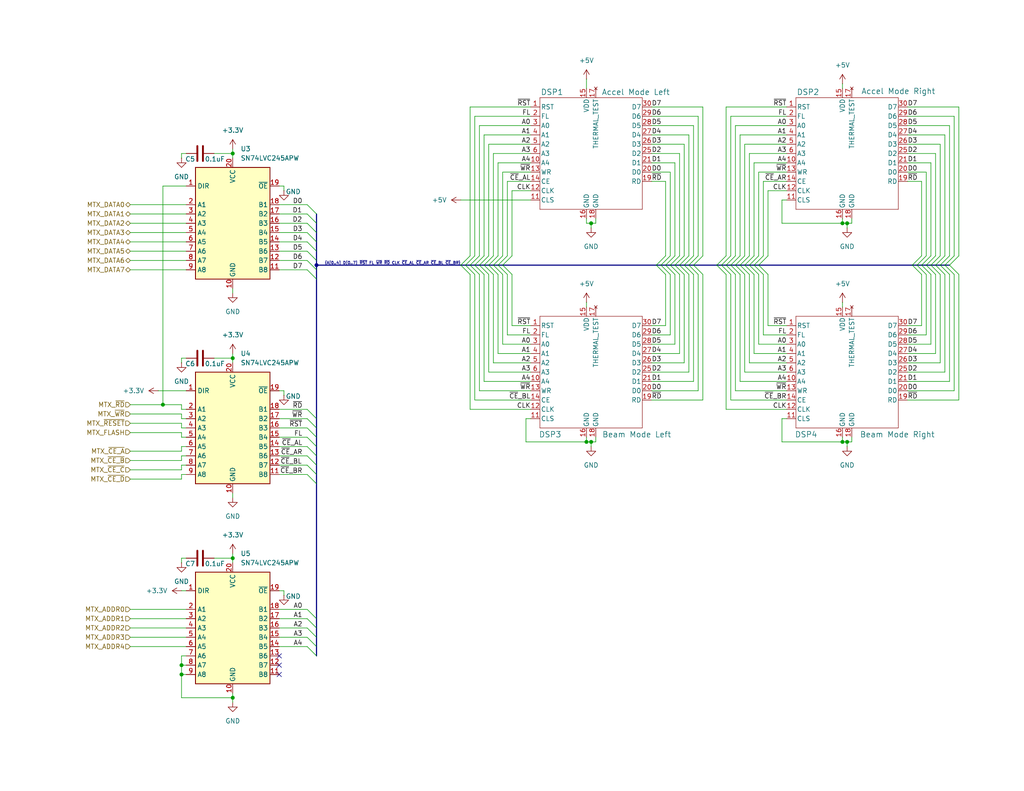
<source format=kicad_sch>
(kicad_sch (version 20250114) (generator "eeschema") (generator_version "9.0")
  (paper "USLetter")
  (lib_symbols
    (symbol "Device:C" (pin_numbers (hide yes)) (pin_names (offset 0.254))
      (property "Reference" "C" (at 0.635 2.54 0))
      (property "Value" "C" (at 0.635 -2.54 0))
      (symbol "C_0_1"
        (polyline (pts (xy -2.032 0.762) (xy 2.032 0.762)) (stroke (width 0.508)))
        (polyline (pts (xy -2.032 -0.762) (xy 2.032 -0.762)) (stroke (width 0.508)))
      )
      (symbol "C_1_1"
        (pin passive line (at 0 3.81 270) (length 2.794) (name "~") (number "1"))
        (pin passive line (at 0 -3.81 90) (length 2.794) (name "~") (number "2"))
      )
    )
    (symbol "Logic_LevelTranslator:SN74LVC245APW"
      (property "Reference" "U" (at -10.16 17.78 0))
      (property "Value" "SN74LVC245APW" (at 10.16 17.78 0))
      (symbol "SN74LVC245APW_0_1"
        (rectangle (start -10.16 15.24) (end 10.16 -15.24) (stroke (width 0.254)) (fill (type background)))
      )
      (symbol "SN74LVC245APW_1_1"
        (pin input line (at -12.7 10.16 0) (length 2.54) (name "DIR") (number "1"))
        (pin bidirectional line (at -12.7 5.08 0) (length 2.54) (name "A1") (number "2"))
        (pin bidirectional line (at -12.7 2.54 0) (length 2.54) (name "A2") (number "3"))
        (pin bidirectional line (at -12.7 0 0) (length 2.54) (name "A3") (number "4"))
        (pin bidirectional line (at -12.7 -2.54 0) (length 2.54) (name "A4") (number "5"))
        (pin bidirectional line (at -12.7 -5.08 0) (length 2.54) (name "A5") (number "6"))
        (pin bidirectional line (at -12.7 -7.62 0) (length 2.54) (name "A6") (number "7"))
        (pin bidirectional line (at -12.7 -10.16 0) (length 2.54) (name "A7") (number "8"))
        (pin bidirectional line (at -12.7 -12.7 0) (length 2.54) (name "A8") (number "9"))
        (pin power_in line (at 0 17.78 270) (length 2.54) (name "VCC") (number "20"))
        (pin power_in line (at 0 -17.78 90) (length 2.54) (name "GND") (number "10"))
        (pin input line (at 12.7 10.16 180) (length 2.54) (name "~{OE}") (number "19"))
        (pin bidirectional line (at 12.7 5.08 180) (length 2.54) (name "B1") (number "18"))
        (pin bidirectional line (at 12.7 2.54 180) (length 2.54) (name "B2") (number "17"))
        (pin bidirectional line (at 12.7 0 180) (length 2.54) (name "B3") (number "16"))
        (pin bidirectional line (at 12.7 -2.54 180) (length 2.54) (name "B4") (number "15"))
        (pin bidirectional line (at 12.7 -5.08 180) (length 2.54) (name "B5") (number "14"))
        (pin bidirectional line (at 12.7 -7.62 180) (length 2.54) (name "B6") (number "13"))
        (pin bidirectional line (at 12.7 -10.16 180) (length 2.54) (name "B7") (number "12"))
        (pin bidirectional line (at 12.7 -12.7 180) (length 2.54) (name "B8") (number "11"))
      )
    )
    (symbol "power:+3.3V" (power) (pin_numbers (hide yes)) (pin_names (offset 0) (hide yes))
      (property "Value" "+3.3V" (at 0 3.556 0))
      (symbol "+3.3V_0_1"
        (polyline (pts (xy -0.762 1.27) (xy 0 2.54)))
        (polyline (pts (xy 0 2.54) (xy 0.762 1.27)))
        (polyline (pts (xy 0 0) (xy 0 2.54)))
      )
      (symbol "+3.3V_1_1"
        (pin power_in line (at 0 0 90) (length 0) (name "~") (number "1"))
      )
    )
    (symbol "power:+5V" (power) (pin_numbers (hide yes)) (pin_names (offset 0) (hide yes))
      (property "Value" "+5V" (at 0 3.556 0))
      (symbol "+5V_0_1"
        (polyline (pts (xy -0.762 1.27) (xy 0 2.54)))
        (polyline (pts (xy 0 2.54) (xy 0.762 1.27)))
        (polyline (pts (xy 0 0) (xy 0 2.54)))
      )
      (symbol "+5V_1_1"
        (pin power_in line (at 0 0 90) (length 0) (name "~") (number "1"))
      )
    )
    (symbol "power:GND" (power) (pin_numbers (hide yes)) (pin_names (offset 0) (hide yes))
      (property "Value" "GND" (at 0 -3.81 0))
      (symbol "GND_0_1"
        (polyline (pts (xy 0 0) (xy 0 -1.27) (xy 1.27 -1.27) (xy 0 -2.54) (xy -1.27 -1.27) (xy 0 -1.27)))
      )
      (symbol "GND_1_1"
        (pin power_in line (at 0 0 270) (length 0) (name "~") (number "1"))
      )
    )
    (symbol "sen_LED_HDSP:HDSP-2531" (pin_names (offset 0.254))
      (property "Reference" "U" (at 27.178 6.35 0))
      (property "Value" "HDSP-2531" (at 33.274 4.064 0))
      (symbol "HDSP-2531_0_1"
        (polyline (pts (xy 7.62 2.54) (xy 7.62 -27.94)) (stroke (width 0.127)))
        (polyline (pts (xy 7.62 -27.94) (xy 35.56 -27.94)) (stroke (width 0.127)))
        (polyline (pts (xy 35.56 2.54) (xy 7.62 2.54)) (stroke (width 0.127)))
        (polyline (pts (xy 35.56 -27.94) (xy 35.56 2.54)) (stroke (width 0.127)))
        (pin input line (at 5.08 -5.08 0) (length 2.54) (name "A0") (number "3"))
        (pin input line (at 5.08 -7.62 0) (length 2.54) (name "A1") (number "4"))
        (pin input line (at 5.08 -10.16 0) (length 2.54) (name "A2") (number "5"))
        (pin input line (at 5.08 -12.7 0) (length 2.54) (name "A3") (number "6"))
        (pin input line (at 5.08 -15.24 0) (length 2.54) (name "A4") (number "10"))
        (pin input line (at 5.08 -20.32 0) (length 2.54) (name "CE") (number "14"))
        (pin bidirectional line (at 5.08 -22.86 0) (length 2.54) (name "CLK") (number "12"))
        (pin input line (at 5.08 -25.4 0) (length 2.54) (name "CLS") (number "11"))
        (pin power_in line (at 20.32 5.08 270) (length 2.54) (name "VDD") (number "15"))
        (pin no_connect line (at 22.86 5.08 270) (length 2.54) (name "THERMAL_TEST") (number "17"))
        (pin bidirectional line (at 38.1 0 180) (length 2.54) (name "D7") (number "30"))
        (pin bidirectional line (at 38.1 -2.54 180) (length 2.54) (name "D6") (number "29"))
        (pin bidirectional line (at 38.1 -5.08 180) (length 2.54) (name "D5") (number "28"))
        (pin bidirectional line (at 38.1 -7.62 180) (length 2.54) (name "D4") (number "27"))
        (pin bidirectional line (at 38.1 -10.16 180) (length 2.54) (name "D3") (number "26"))
        (pin bidirectional line (at 38.1 -12.7 180) (length 2.54) (name "D2") (number "25"))
        (pin bidirectional line (at 38.1 -15.24 180) (length 2.54) (name "D1") (number "21"))
        (pin bidirectional line (at 38.1 -17.78 180) (length 2.54) (name "D0") (number "20"))
      )
      (symbol "HDSP-2531_1_1"
        (pin input line (at 5.08 0 0) (length 2.54) (name "RST") (number "1"))
        (pin input line (at 5.08 -2.54 0) (length 2.54) (name "FL") (number "2"))
        (pin input line (at 5.08 -17.78 0) (length 2.54) (name "WR") (number "13"))
        (pin power_in line (at 20.32 -30.48 90) (length 2.54) (name "GND") (number "16"))
        (pin power_in line (at 22.86 -30.48 90) (length 2.54) (name "GND") (number "18"))
        (pin input line (at 38.1 -20.32 180) (length 2.54) (name "RD") (number "19"))
      )
    )
  )
  (junction (at 86.36 72.39))
  (junction (at 229.87 120.65))
  (junction (at 231.14 120.65))
  (junction (at 231.14 60.96))
  (junction (at 161.29 120.65))
  (junction (at 44.45 110.49))
  (junction (at 63.5 190.5))
  (junction (at 160.02 120.65))
  (junction (at 161.29 60.96))
  (junction (at 63.5 97.79))
  (junction (at 49.53 184.15))
  (junction (at 63.5 41.91))
  (junction (at 49.53 181.61))
  (junction (at 63.5 152.4))
  (junction (at 229.87 60.96))
  (no_connect (at 76.2 181.61))
  (no_connect (at 76.2 179.07))
  (no_connect (at 76.2 184.15))
  (bus_entry (at 254 72.39) (size 2.54 2.54))
  (bus_entry (at 83.82 129.54) (size 2.54 2.54))
  (bus_entry (at 207.01 72.39) (size 2.54 -2.54))
  (bus_entry (at 179.07 72.39) (size 2.54 -2.54))
  (bus_entry (at 255.27 72.39) (size 2.54 -2.54))
  (bus_entry (at 83.82 119.38) (size 2.54 2.54))
  (bus_entry (at 251.46 72.39) (size 2.54 2.54))
  (bus_entry (at 83.82 114.3) (size 2.54 2.54))
  (bus_entry (at 257.81 72.39) (size 2.54 -2.54))
  (bus_entry (at 182.88 72.39) (size 2.54 -2.54))
  (bus_entry (at 127 72.39) (size 2.54 -2.54))
  (bus_entry (at 83.82 68.58) (size 2.54 2.54))
  (bus_entry (at 189.23 72.39) (size 2.54 -2.54))
  (bus_entry (at 133.35 72.39) (size 2.54 2.54))
  (bus_entry (at 134.62 72.39) (size 2.54 2.54))
  (bus_entry (at 201.93 72.39) (size 2.54 -2.54))
  (bus_entry (at 255.27 72.39) (size 2.54 2.54))
  (bus_entry (at 83.82 124.46) (size 2.54 2.54))
  (bus_entry (at 185.42 72.39) (size 2.54 -2.54))
  (bus_entry (at 184.15 72.39) (size 2.54 2.54))
  (bus_entry (at 129.54 72.39) (size 2.54 2.54))
  (bus_entry (at 198.12 72.39) (size 2.54 -2.54))
  (bus_entry (at 252.73 72.39) (size 2.54 2.54))
  (bus_entry (at 200.66 72.39) (size 2.54 -2.54))
  (bus_entry (at 137.16 72.39) (size 2.54 -2.54))
  (bus_entry (at 83.82 121.92) (size 2.54 2.54))
  (bus_entry (at 130.81 72.39) (size 2.54 2.54))
  (bus_entry (at 196.85 72.39) (size 2.54 -2.54))
  (bus_entry (at 252.73 72.39) (size 2.54 -2.54))
  (bus_entry (at 83.82 58.42) (size 2.54 2.54))
  (bus_entry (at 83.82 116.84) (size 2.54 2.54))
  (bus_entry (at 200.66 72.39) (size 2.54 2.54))
  (bus_entry (at 254 72.39) (size 2.54 -2.54))
  (bus_entry (at 83.82 171.45) (size 2.54 2.54))
  (bus_entry (at 186.69 72.39) (size 2.54 2.54))
  (bus_entry (at 248.92 72.39) (size 2.54 2.54))
  (bus_entry (at 180.34 72.39) (size 2.54 -2.54))
  (bus_entry (at 83.82 63.5) (size 2.54 2.54))
  (bus_entry (at 132.08 72.39) (size 2.54 2.54))
  (bus_entry (at 128.27 72.39) (size 2.54 -2.54))
  (bus_entry (at 83.82 173.99) (size 2.54 2.54))
  (bus_entry (at 181.61 72.39) (size 2.54 2.54))
  (bus_entry (at 125.73 72.39) (size 2.54 2.54))
  (bus_entry (at 83.82 111.76) (size 2.54 2.54))
  (bus_entry (at 132.08 72.39) (size 2.54 -2.54))
  (bus_entry (at 83.82 127) (size 2.54 2.54))
  (bus_entry (at 196.85 72.39) (size 2.54 2.54))
  (bus_entry (at 83.82 71.12) (size 2.54 2.54))
  (bus_entry (at 180.34 72.39) (size 2.54 2.54))
  (bus_entry (at 199.39 72.39) (size 2.54 2.54))
  (bus_entry (at 128.27 72.39) (size 2.54 2.54))
  (bus_entry (at 259.08 72.39) (size 2.54 2.54))
  (bus_entry (at 181.61 72.39) (size 2.54 -2.54))
  (bus_entry (at 199.39 72.39) (size 2.54 -2.54))
  (bus_entry (at 201.93 72.39) (size 2.54 2.54))
  (bus_entry (at 203.2 72.39) (size 2.54 2.54))
  (bus_entry (at 83.82 66.04) (size 2.54 2.54))
  (bus_entry (at 250.19 72.39) (size 2.54 2.54))
  (bus_entry (at 133.35 72.39) (size 2.54 -2.54))
  (bus_entry (at 205.74 72.39) (size 2.54 2.54))
  (bus_entry (at 185.42 72.39) (size 2.54 2.54))
  (bus_entry (at 83.82 166.37) (size 2.54 2.54))
  (bus_entry (at 259.08 72.39) (size 2.54 -2.54))
  (bus_entry (at 134.62 72.39) (size 2.54 -2.54))
  (bus_entry (at 179.07 72.39) (size 2.54 2.54))
  (bus_entry (at 83.82 168.91) (size 2.54 2.54))
  (bus_entry (at 125.73 72.39) (size 2.54 -2.54))
  (bus_entry (at 186.69 72.39) (size 2.54 -2.54))
  (bus_entry (at 198.12 72.39) (size 2.54 2.54))
  (bus_entry (at 204.47 72.39) (size 2.54 -2.54))
  (bus_entry (at 195.58 72.39) (size 2.54 2.54))
  (bus_entry (at 137.16 72.39) (size 2.54 2.54))
  (bus_entry (at 204.47 72.39) (size 2.54 2.54))
  (bus_entry (at 195.58 72.39) (size 2.54 -2.54))
  (bus_entry (at 189.23 72.39) (size 2.54 2.54))
  (bus_entry (at 256.54 72.39) (size 2.54 -2.54))
  (bus_entry (at 187.96 72.39) (size 2.54 2.54))
  (bus_entry (at 83.82 176.53) (size 2.54 2.54))
  (bus_entry (at 129.54 72.39) (size 2.54 -2.54))
  (bus_entry (at 182.88 72.39) (size 2.54 2.54))
  (bus_entry (at 205.74 72.39) (size 2.54 -2.54))
  (bus_entry (at 203.2 72.39) (size 2.54 -2.54))
  (bus_entry (at 250.19 72.39) (size 2.54 -2.54))
  (bus_entry (at 257.81 72.39) (size 2.54 2.54))
  (bus_entry (at 135.89 72.39) (size 2.54 2.54))
  (bus_entry (at 187.96 72.39) (size 2.54 -2.54))
  (bus_entry (at 207.01 72.39) (size 2.54 2.54))
  (bus_entry (at 135.89 72.39) (size 2.54 -2.54))
  (bus_entry (at 130.81 72.39) (size 2.54 -2.54))
  (bus_entry (at 83.82 55.88) (size 2.54 2.54))
  (bus_entry (at 184.15 72.39) (size 2.54 -2.54))
  (bus_entry (at 83.82 73.66) (size 2.54 2.54))
  (bus_entry (at 248.92 72.39) (size 2.54 -2.54))
  (bus_entry (at 83.82 60.96) (size 2.54 2.54))
  (bus_entry (at 256.54 72.39) (size 2.54 2.54))
  (bus_entry (at 127 72.39) (size 2.54 2.54))
  (bus_entry (at 251.46 72.39) (size 2.54 -2.54))
  (wire (pts (xy 63.5 97.79) (xy 63.5 99.06)))
  (wire (pts (xy 130.81 69.85) (xy 130.81 34.29)))
  (wire (pts (xy 247.65 101.6) (xy 257.81 101.6)))
  (wire (pts (xy 231.14 120.65) (xy 231.14 121.92)))
  (wire (pts (xy 50.8 179.07) (xy 49.53 179.07)))
  (wire (pts (xy 160.02 119.38) (xy 160.02 120.65)))
  (wire (pts (xy 254 69.85) (xy 254 44.45)))
  (bus (pts (xy 204.47 72.39) (xy 205.74 72.39)))
  (wire (pts (xy 161.29 120.65) (xy 161.29 121.92)))
  (wire (pts (xy 76.2 127) (xy 83.82 127)))
  (wire (pts (xy 76.2 176.53) (xy 83.82 176.53)))
  (wire (pts (xy 128.27 29.21) (xy 128.27 69.85)))
  (wire (pts (xy 49.53 125.73) (xy 35.56 125.73)))
  (wire (pts (xy 201.93 74.93) (xy 201.93 104.14)))
  (wire (pts (xy 257.81 69.85) (xy 257.81 36.83)))
  (wire (pts (xy 177.8 93.98) (xy 184.15 93.98)))
  (bus (pts (xy 201.93 72.39) (xy 203.2 72.39)))
  (wire (pts (xy 203.2 39.37) (xy 214.63 39.37)))
  (wire (pts (xy 128.27 74.93) (xy 128.27 111.76)))
  (wire (pts (xy 135.89 96.52) (xy 144.78 96.52)))
  (wire (pts (xy 49.53 114.3) (xy 50.8 114.3)))
  (wire (pts (xy 133.35 74.93) (xy 133.35 101.6)))
  (wire (pts (xy 49.53 181.61) (xy 50.8 181.61)))
  (wire (pts (xy 134.62 69.85) (xy 134.62 41.91)))
  (wire (pts (xy 76.2 71.12) (xy 83.82 71.12)))
  (wire (pts (xy 257.81 74.93) (xy 257.81 101.6)))
  (wire (pts (xy 49.53 184.15) (xy 50.8 184.15)))
  (wire (pts (xy 199.39 74.93) (xy 199.39 109.22)))
  (wire (pts (xy 49.53 115.57) (xy 35.56 115.57)))
  (wire (pts (xy 204.47 99.06) (xy 214.63 99.06)))
  (wire (pts (xy 247.65 99.06) (xy 256.54 99.06)))
  (wire (pts (xy 260.35 106.68) (xy 260.35 74.93)))
  (bus (pts (xy 180.34 72.39) (xy 181.61 72.39)))
  (wire (pts (xy 247.65 44.45) (xy 254 44.45)))
  (wire (pts (xy 129.54 31.75) (xy 144.78 31.75)))
  (wire (pts (xy 77.47 161.29) (xy 77.47 162.56)))
  (wire (pts (xy 137.16 69.85) (xy 137.16 46.99)))
  (wire (pts (xy 162.56 120.65) (xy 162.56 119.38)))
  (wire (pts (xy 231.14 60.96) (xy 231.14 62.23)))
  (wire (pts (xy 49.53 111.76) (xy 49.53 110.49)))
  (wire (pts (xy 63.5 190.5) (xy 63.5 189.23)))
  (wire (pts (xy 35.56 176.53) (xy 50.8 176.53)))
  (wire (pts (xy 63.5 40.64) (xy 63.5 41.91)))
  (bus (pts (xy 181.61 72.39) (xy 182.88 72.39)))
  (wire (pts (xy 50.8 152.4) (xy 49.53 152.4)))
  (wire (pts (xy 247.65 39.37) (xy 256.54 39.37)))
  (wire (pts (xy 214.63 29.21) (xy 198.12 29.21)))
  (wire (pts (xy 231.14 120.65) (xy 232.41 120.65)))
  (bus (pts (xy 254 72.39) (xy 255.27 72.39)))
  (bus (pts (xy 86.36 129.54) (xy 86.36 132.08)))
  (wire (pts (xy 177.8 34.29) (xy 189.23 34.29)))
  (wire (pts (xy 35.56 68.58) (xy 50.8 68.58)))
  (bus (pts (xy 207.01 72.39) (xy 248.92 72.39)))
  (wire (pts (xy 200.66 106.68) (xy 200.66 74.93)))
  (wire (pts (xy 49.53 121.92) (xy 50.8 121.92)))
  (wire (pts (xy 186.69 99.06) (xy 186.69 74.93)))
  (wire (pts (xy 63.5 191.77) (xy 63.5 190.5)))
  (wire (pts (xy 247.65 41.91) (xy 255.27 41.91)))
  (wire (pts (xy 254 74.93) (xy 254 93.98)))
  (wire (pts (xy 135.89 44.45) (xy 144.78 44.45)))
  (bus (pts (xy 186.69 72.39) (xy 187.96 72.39)))
  (wire (pts (xy 35.56 173.99) (xy 50.8 173.99)))
  (wire (pts (xy 185.42 74.93) (xy 185.42 96.52)))
  (bus (pts (xy 129.54 72.39) (xy 128.27 72.39)))
  (wire (pts (xy 143.51 120.65) (xy 160.02 120.65)))
  (wire (pts (xy 63.5 135.89) (xy 63.5 134.62)))
  (wire (pts (xy 177.8 36.83) (xy 187.96 36.83)))
  (wire (pts (xy 49.53 124.46) (xy 49.53 125.73)))
  (wire (pts (xy 261.62 29.21) (xy 261.62 69.85)))
  (bus (pts (xy 86.36 114.3) (xy 86.36 116.84)))
  (wire (pts (xy 204.47 74.93) (xy 204.47 99.06)))
  (wire (pts (xy 247.65 91.44) (xy 252.73 91.44)))
  (bus (pts (xy 86.36 58.42) (xy 86.36 60.96)))
  (bus (pts (xy 137.16 72.39) (xy 179.07 72.39)))
  (wire (pts (xy 214.63 109.22) (xy 199.39 109.22)))
  (wire (pts (xy 229.87 120.65) (xy 213.36 120.65)))
  (wire (pts (xy 35.56 71.12) (xy 50.8 71.12)))
  (wire (pts (xy 35.56 113.03) (xy 49.53 113.03)))
  (wire (pts (xy 35.56 130.81) (xy 49.53 130.81)))
  (wire (pts (xy 133.35 69.85) (xy 133.35 39.37)))
  (wire (pts (xy 209.55 52.07) (xy 209.55 69.85)))
  (wire (pts (xy 50.8 41.91) (xy 49.53 41.91)))
  (wire (pts (xy 132.08 69.85) (xy 132.08 36.83)))
  (wire (pts (xy 50.8 161.29) (xy 49.53 161.29)))
  (wire (pts (xy 184.15 69.85) (xy 184.15 44.45)))
  (wire (pts (xy 137.16 46.99) (xy 144.78 46.99)))
  (wire (pts (xy 160.02 59.69) (xy 160.02 60.96)))
  (wire (pts (xy 76.2 129.54) (xy 83.82 129.54)))
  (wire (pts (xy 49.53 129.54) (xy 50.8 129.54)))
  (wire (pts (xy 77.47 50.8) (xy 77.47 52.07)))
  (wire (pts (xy 138.43 49.53) (xy 144.78 49.53)))
  (wire (pts (xy 213.36 120.65) (xy 213.36 114.3)))
  (wire (pts (xy 229.87 119.38) (xy 229.87 120.65)))
  (wire (pts (xy 132.08 104.14) (xy 144.78 104.14)))
  (wire (pts (xy 129.54 31.75) (xy 129.54 69.85)))
  (wire (pts (xy 247.65 36.83) (xy 257.81 36.83)))
  (bus (pts (xy 86.36 124.46) (xy 86.36 127)))
  (wire (pts (xy 213.36 60.96) (xy 213.36 54.61)))
  (wire (pts (xy 177.8 29.21) (xy 191.77 29.21)))
  (wire (pts (xy 49.53 113.03) (xy 49.53 114.3)))
  (wire (pts (xy 138.43 49.53) (xy 138.43 69.85)))
  (bus (pts (xy 86.36 173.99) (xy 86.36 176.53)))
  (bus (pts (xy 248.92 72.39) (xy 250.19 72.39)))
  (wire (pts (xy 186.69 39.37) (xy 186.69 69.85)))
  (wire (pts (xy 35.56 60.96) (xy 50.8 60.96)))
  (wire (pts (xy 207.01 46.99) (xy 214.63 46.99)))
  (wire (pts (xy 161.29 60.96) (xy 162.56 60.96)))
  (wire (pts (xy 76.2 124.46) (xy 83.82 124.46)))
  (bus (pts (xy 251.46 72.39) (xy 252.73 72.39)))
  (wire (pts (xy 50.8 124.46) (xy 49.53 124.46)))
  (wire (pts (xy 199.39 31.75) (xy 214.63 31.75)))
  (bus (pts (xy 195.58 72.39) (xy 196.85 72.39)))
  (wire (pts (xy 189.23 34.29) (xy 189.23 69.85)))
  (wire (pts (xy 35.56 171.45) (xy 50.8 171.45)))
  (wire (pts (xy 139.7 52.07) (xy 139.7 69.85)))
  (wire (pts (xy 160.02 120.65) (xy 161.29 120.65)))
  (bus (pts (xy 184.15 72.39) (xy 185.42 72.39)))
  (wire (pts (xy 177.8 46.99) (xy 182.88 46.99)))
  (wire (pts (xy 49.53 184.15) (xy 49.53 190.5)))
  (wire (pts (xy 76.2 173.99) (xy 83.82 173.99)))
  (bus (pts (xy 199.39 72.39) (xy 200.66 72.39)))
  (wire (pts (xy 49.53 123.19) (xy 49.53 121.92)))
  (wire (pts (xy 43.18 106.68) (xy 50.8 106.68)))
  (wire (pts (xy 208.28 74.93) (xy 208.28 91.44)))
  (wire (pts (xy 185.42 69.85) (xy 185.42 41.91)))
  (wire (pts (xy 207.01 93.98) (xy 214.63 93.98)))
  (wire (pts (xy 229.87 22.86) (xy 229.87 24.13)))
  (wire (pts (xy 35.56 168.91) (xy 50.8 168.91)))
  (wire (pts (xy 35.56 128.27) (xy 49.53 128.27)))
  (wire (pts (xy 63.5 152.4) (xy 63.5 153.67)))
  (wire (pts (xy 204.47 41.91) (xy 214.63 41.91)))
  (wire (pts (xy 76.2 55.88) (xy 83.82 55.88)))
  (bus (pts (xy 203.2 72.39) (xy 204.47 72.39)))
  (wire (pts (xy 58.42 41.91) (xy 63.5 41.91)))
  (bus (pts (xy 86.36 71.12) (xy 86.36 72.39)))
  (wire (pts (xy 49.53 41.91) (xy 49.53 43.18)))
  (wire (pts (xy 160.02 21.59) (xy 160.02 24.13)))
  (wire (pts (xy 35.56 55.88) (xy 50.8 55.88)))
  (wire (pts (xy 138.43 74.93) (xy 138.43 91.44)))
  (wire (pts (xy 76.2 68.58) (xy 83.82 68.58)))
  (wire (pts (xy 76.2 161.29) (xy 77.47 161.29)))
  (bus (pts (xy 182.88 72.39) (xy 184.15 72.39)))
  (bus (pts (xy 256.54 72.39) (xy 257.81 72.39)))
  (bus (pts (xy 198.12 72.39) (xy 196.85 72.39)))
  (wire (pts (xy 247.65 46.99) (xy 252.73 46.99)))
  (wire (pts (xy 214.63 106.68) (xy 200.66 106.68)))
  (bus (pts (xy 86.36 121.92) (xy 86.36 124.46)))
  (wire (pts (xy 63.5 80.01) (xy 63.5 78.74)))
  (wire (pts (xy 49.53 116.84) (xy 50.8 116.84)))
  (wire (pts (xy 144.78 52.07) (xy 139.7 52.07)))
  (wire (pts (xy 201.93 69.85) (xy 201.93 36.83)))
  (bus (pts (xy 86.36 72.39) (xy 125.73 72.39)))
  (wire (pts (xy 76.2 58.42) (xy 83.82 58.42)))
  (wire (pts (xy 256.54 39.37) (xy 256.54 69.85)))
  (wire (pts (xy 247.65 29.21) (xy 261.62 29.21)))
  (wire (pts (xy 76.2 119.38) (xy 83.82 119.38)))
  (wire (pts (xy 137.16 93.98) (xy 144.78 93.98)))
  (wire (pts (xy 177.8 44.45) (xy 184.15 44.45)))
  (wire (pts (xy 252.73 74.93) (xy 252.73 91.44)))
  (wire (pts (xy 49.53 128.27) (xy 49.53 127)))
  (wire (pts (xy 49.53 179.07) (xy 49.53 181.61)))
  (wire (pts (xy 63.5 96.52) (xy 63.5 97.79)))
  (wire (pts (xy 134.62 41.91) (xy 144.78 41.91)))
  (bus (pts (xy 134.62 72.39) (xy 133.35 72.39)))
  (bus (pts (xy 130.81 72.39) (xy 129.54 72.39)))
  (bus (pts (xy 86.36 72.39) (xy 86.36 73.66)))
  (wire (pts (xy 137.16 74.93) (xy 137.16 93.98)))
  (wire (pts (xy 200.66 69.85) (xy 200.66 34.29)))
  (wire (pts (xy 229.87 60.96) (xy 231.14 60.96)))
  (wire (pts (xy 213.36 54.61) (xy 214.63 54.61)))
  (wire (pts (xy 261.62 109.22) (xy 261.62 74.93)))
  (wire (pts (xy 35.56 63.5) (xy 50.8 63.5)))
  (wire (pts (xy 259.08 104.14) (xy 259.08 74.93)))
  (wire (pts (xy 35.56 123.19) (xy 49.53 123.19)))
  (bus (pts (xy 198.12 72.39) (xy 199.39 72.39)))
  (wire (pts (xy 247.65 96.52) (xy 255.27 96.52)))
  (wire (pts (xy 144.78 109.22) (xy 129.54 109.22)))
  (bus (pts (xy 125.73 72.39) (xy 127 72.39)))
  (wire (pts (xy 49.53 97.79) (xy 49.53 99.06)))
  (wire (pts (xy 208.28 69.85) (xy 208.28 49.53)))
  (wire (pts (xy 232.41 120.65) (xy 232.41 119.38)))
  (wire (pts (xy 76.2 66.04) (xy 83.82 66.04)))
  (wire (pts (xy 177.8 104.14) (xy 189.23 104.14)))
  (wire (pts (xy 190.5 106.68) (xy 190.5 74.93)))
  (bus (pts (xy 179.07 72.39) (xy 180.34 72.39)))
  (wire (pts (xy 44.45 50.8) (xy 50.8 50.8)))
  (wire (pts (xy 247.65 104.14) (xy 259.08 104.14)))
  (wire (pts (xy 44.45 110.49) (xy 49.53 110.49)))
  (wire (pts (xy 49.53 118.11) (xy 49.53 119.38)))
  (wire (pts (xy 203.2 101.6) (xy 214.63 101.6)))
  (bus (pts (xy 187.96 72.39) (xy 189.23 72.39)))
  (bus (pts (xy 185.42 72.39) (xy 186.69 72.39)))
  (wire (pts (xy 177.8 91.44) (xy 182.88 91.44)))
  (bus (pts (xy 257.81 72.39) (xy 259.08 72.39)))
  (wire (pts (xy 256.54 99.06) (xy 256.54 74.93)))
  (wire (pts (xy 251.46 69.85) (xy 251.46 49.53)))
  (wire (pts (xy 177.8 109.22) (xy 191.77 109.22)))
  (wire (pts (xy 199.39 69.85) (xy 199.39 31.75)))
  (wire (pts (xy 44.45 50.8) (xy 44.45 110.49)))
  (wire (pts (xy 247.65 106.68) (xy 260.35 106.68)))
  (wire (pts (xy 213.36 114.3) (xy 214.63 114.3)))
  (wire (pts (xy 229.87 59.69) (xy 229.87 60.96)))
  (wire (pts (xy 184.15 74.93) (xy 184.15 93.98)))
  (wire (pts (xy 177.8 39.37) (xy 186.69 39.37)))
  (wire (pts (xy 177.8 101.6) (xy 187.96 101.6)))
  (bus (pts (xy 86.36 68.58) (xy 86.36 71.12)))
  (wire (pts (xy 203.2 74.93) (xy 203.2 101.6)))
  (wire (pts (xy 205.74 44.45) (xy 214.63 44.45)))
  (wire (pts (xy 50.8 97.79) (xy 49.53 97.79)))
  (wire (pts (xy 35.56 166.37) (xy 50.8 166.37)))
  (wire (pts (xy 144.78 106.68) (xy 130.81 106.68)))
  (wire (pts (xy 247.65 49.53) (xy 251.46 49.53)))
  (bus (pts (xy 86.36 63.5) (xy 86.36 66.04)))
  (wire (pts (xy 247.65 88.9) (xy 251.46 88.9)))
  (bus (pts (xy 86.36 176.53) (xy 86.36 179.07)))
  (wire (pts (xy 204.47 69.85) (xy 204.47 41.91)))
  (wire (pts (xy 191.77 109.22) (xy 191.77 74.93)))
  (wire (pts (xy 76.2 111.76) (xy 83.82 111.76)))
  (bus (pts (xy 86.36 73.66) (xy 86.36 76.2)))
  (wire (pts (xy 252.73 69.85) (xy 252.73 46.99)))
  (wire (pts (xy 160.02 82.55) (xy 160.02 83.82)))
  (wire (pts (xy 139.7 88.9) (xy 144.78 88.9)))
  (bus (pts (xy 86.36 171.45) (xy 86.36 173.99)))
  (wire (pts (xy 135.89 74.93) (xy 135.89 96.52)))
  (wire (pts (xy 207.01 74.93) (xy 207.01 93.98)))
  (wire (pts (xy 247.65 34.29) (xy 259.08 34.29)))
  (wire (pts (xy 133.35 39.37) (xy 144.78 39.37)))
  (bus (pts (xy 86.36 127) (xy 86.36 129.54)))
  (wire (pts (xy 162.56 60.96) (xy 162.56 59.69)))
  (bus (pts (xy 86.36 66.04) (xy 86.36 68.58)))
  (bus (pts (xy 127 72.39) (xy 128.27 72.39)))
  (wire (pts (xy 76.2 116.84) (xy 83.82 116.84)))
  (wire (pts (xy 189.23 104.14) (xy 189.23 74.93)))
  (wire (pts (xy 49.53 152.4) (xy 49.53 153.67)))
  (wire (pts (xy 200.66 34.29) (xy 214.63 34.29)))
  (wire (pts (xy 209.55 74.93) (xy 209.55 88.9)))
  (wire (pts (xy 135.89 69.85) (xy 135.89 44.45)))
  (wire (pts (xy 139.7 74.93) (xy 139.7 88.9)))
  (wire (pts (xy 182.88 69.85) (xy 182.88 46.99)))
  (wire (pts (xy 143.51 114.3) (xy 143.51 120.65)))
  (wire (pts (xy 49.53 116.84) (xy 49.53 115.57)))
  (bus (pts (xy 132.08 72.39) (xy 133.35 72.39)))
  (wire (pts (xy 181.61 69.85) (xy 181.61 49.53)))
  (wire (pts (xy 76.2 114.3) (xy 83.82 114.3)))
  (wire (pts (xy 177.8 106.68) (xy 190.5 106.68)))
  (wire (pts (xy 205.74 96.52) (xy 214.63 96.52)))
  (wire (pts (xy 44.45 110.49) (xy 35.56 110.49)))
  (wire (pts (xy 76.2 166.37) (xy 83.82 166.37)))
  (wire (pts (xy 35.56 73.66) (xy 50.8 73.66)))
  (wire (pts (xy 247.65 93.98) (xy 254 93.98)))
  (wire (pts (xy 201.93 104.14) (xy 214.63 104.14)))
  (wire (pts (xy 207.01 69.85) (xy 207.01 46.99)))
  (wire (pts (xy 58.42 152.4) (xy 63.5 152.4)))
  (wire (pts (xy 130.81 106.68) (xy 130.81 74.93)))
  (wire (pts (xy 129.54 74.93) (xy 129.54 109.22)))
  (wire (pts (xy 132.08 74.93) (xy 132.08 104.14)))
  (wire (pts (xy 232.41 60.96) (xy 232.41 59.69)))
  (wire (pts (xy 201.93 36.83) (xy 214.63 36.83)))
  (wire (pts (xy 181.61 74.93) (xy 181.61 88.9)))
  (wire (pts (xy 231.14 60.96) (xy 232.41 60.96)))
  (wire (pts (xy 209.55 88.9) (xy 214.63 88.9)))
  (bus (pts (xy 205.74 72.39) (xy 207.01 72.39)))
  (wire (pts (xy 182.88 74.93) (xy 182.88 91.44)))
  (wire (pts (xy 198.12 74.93) (xy 198.12 111.76)))
  (wire (pts (xy 49.53 119.38) (xy 50.8 119.38)))
  (wire (pts (xy 76.2 73.66) (xy 83.82 73.66)))
  (wire (pts (xy 190.5 31.75) (xy 190.5 69.85)))
  (wire (pts (xy 125.73 54.61) (xy 144.78 54.61)))
  (wire (pts (xy 208.28 91.44) (xy 214.63 91.44)))
  (wire (pts (xy 187.96 69.85) (xy 187.96 36.83)))
  (bus (pts (xy 252.73 72.39) (xy 254 72.39)))
  (wire (pts (xy 260.35 31.75) (xy 260.35 69.85)))
  (wire (pts (xy 130.81 34.29) (xy 144.78 34.29)))
  (wire (pts (xy 229.87 120.65) (xy 231.14 120.65)))
  (wire (pts (xy 229.87 82.55) (xy 229.87 83.82)))
  (wire (pts (xy 205.74 74.93) (xy 205.74 96.52)))
  (wire (pts (xy 49.53 190.5) (xy 63.5 190.5)))
  (wire (pts (xy 177.8 88.9) (xy 181.61 88.9)))
  (wire (pts (xy 63.5 151.13) (xy 63.5 152.4)))
  (wire (pts (xy 247.65 109.22) (xy 261.62 109.22)))
  (wire (pts (xy 144.78 111.76) (xy 128.27 111.76)))
  (wire (pts (xy 177.8 49.53) (xy 181.61 49.53)))
  (bus (pts (xy 86.36 132.08) (xy 86.36 168.91)))
  (wire (pts (xy 191.77 29.21) (xy 191.77 69.85)))
  (wire (pts (xy 255.27 74.93) (xy 255.27 96.52)))
  (wire (pts (xy 133.35 101.6) (xy 144.78 101.6)))
  (wire (pts (xy 144.78 29.21) (xy 128.27 29.21)))
  (wire (pts (xy 76.2 50.8) (xy 77.47 50.8)))
  (wire (pts (xy 49.53 111.76) (xy 50.8 111.76)))
  (wire (pts (xy 144.78 114.3) (xy 143.51 114.3)))
  (wire (pts (xy 49.53 181.61) (xy 49.53 184.15)))
  (bus (pts (xy 255.27 72.39) (xy 256.54 72.39)))
  (wire (pts (xy 35.56 66.04) (xy 50.8 66.04)))
  (wire (pts (xy 213.36 60.96) (xy 229.87 60.96)))
  (wire (pts (xy 58.42 97.79) (xy 63.5 97.79)))
  (wire (pts (xy 132.08 36.83) (xy 144.78 36.83)))
  (bus (pts (xy 250.19 72.39) (xy 251.46 72.39)))
  (wire (pts (xy 259.08 34.29) (xy 259.08 69.85)))
  (wire (pts (xy 76.2 63.5) (xy 83.82 63.5)))
  (wire (pts (xy 134.62 99.06) (xy 144.78 99.06)))
  (wire (pts (xy 205.74 69.85) (xy 205.74 44.45)))
  (wire (pts (xy 161.29 60.96) (xy 161.29 62.23)))
  (wire (pts (xy 76.2 106.68) (xy 77.47 106.68)))
  (bus (pts (xy 86.36 119.38) (xy 86.36 121.92)))
  (wire (pts (xy 247.65 31.75) (xy 260.35 31.75)))
  (bus (pts (xy 134.62 72.39) (xy 135.89 72.39)))
  (wire (pts (xy 251.46 74.93) (xy 251.46 88.9)))
  (wire (pts (xy 177.8 96.52) (xy 185.42 96.52)))
  (wire (pts (xy 77.47 106.68) (xy 77.47 107.95)))
  (wire (pts (xy 63.5 41.91) (xy 63.5 43.18)))
  (bus (pts (xy 189.23 72.39) (xy 195.58 72.39)))
  (wire (pts (xy 161.29 120.65) (xy 162.56 120.65)))
  (wire (pts (xy 76.2 121.92) (xy 83.82 121.92)))
  (wire (pts (xy 214.63 52.07) (xy 209.55 52.07)))
  (wire (pts (xy 138.43 91.44) (xy 144.78 91.44)))
  (wire (pts (xy 49.53 130.81) (xy 49.53 129.54)))
  (wire (pts (xy 187.96 74.93) (xy 187.96 101.6)))
  (wire (pts (xy 177.8 41.91) (xy 185.42 41.91)))
  (wire (pts (xy 76.2 168.91) (xy 83.82 168.91)))
  (bus (pts (xy 86.36 116.84) (xy 86.36 119.38)))
  (wire (pts (xy 76.2 60.96) (xy 83.82 60.96)))
  (wire (pts (xy 203.2 69.85) (xy 203.2 39.37)))
  (wire (pts (xy 208.28 49.53) (xy 214.63 49.53)))
  (wire (pts (xy 177.8 99.06) (xy 186.69 99.06)))
  (wire (pts (xy 160.02 60.96) (xy 161.29 60.96)))
  (wire (pts (xy 35.56 58.42) (xy 50.8 58.42)))
  (wire (pts (xy 35.56 118.11) (xy 49.53 118.11)))
  (wire (pts (xy 76.2 171.45) (xy 83.82 171.45)))
  (bus (pts (xy 200.66 72.39) (xy 201.93 72.39)))
  (wire (pts (xy 134.62 74.93) (xy 134.62 99.06)))
  (bus (pts (xy 86.36 168.91) (xy 86.36 171.45)))
  (wire (pts (xy 255.27 69.85) (xy 255.27 41.91)))
  (bus (pts (xy 132.08 72.39) (xy 130.81 72.39)))
  (wire (pts (xy 49.53 127) (xy 50.8 127)))
  (wire (pts (xy 177.8 31.75) (xy 190.5 31.75)))
  (wire (pts (xy 198.12 29.21) (xy 198.12 69.85)))
  (wire (pts (xy 198.12 111.76) (xy 214.63 111.76)))
  (bus (pts (xy 86.36 60.96) (xy 86.36 63.5)))
  (bus (pts (xy 86.36 76.2) (xy 86.36 114.3)))
  (bus (pts (xy 135.89 72.39) (xy 137.16 72.39)))
  (label "~{RST}" (at 144.78 88.9 180))
  (label "A0" (at 82.55 166.37 180))
  (label "D6" (at 82.55 71.12 180))
  (label "D7" (at 247.65 88.9 0))
  (label "A4" (at 144.78 44.45 180))
  (label "D6" (at 177.8 31.75 0))
  (label "A0" (at 144.78 93.98 180))
  (label "~{RST}" (at 82.55 116.84 180))
  (label "D7" (at 82.55 73.66 180))
  (label "D1" (at 247.65 44.45 0))
  (label "D4" (at 177.8 96.52 0))
  (label "A2" (at 214.63 99.06 180))
  (label "~{RD}" (at 82.55 111.76 180))
  (label "~{WR}" (at 144.78 106.68 180))
  (label "D2" (at 247.65 41.91 0))
  (label "D3" (at 247.65 99.06 0))
  (label "~{CE}_AR" (at 82.55 124.46 180))
  (label "D4" (at 82.55 66.04 180))
  (label "D7" (at 177.8 29.21 0))
  (label "D6" (at 177.8 91.44 0))
  (label "~{CE}_AR" (at 214.63 49.53 180))
  (label "FL" (at 214.63 31.75 180))
  (label "~{RD}" (at 247.65 49.53 0))
  (label "~{CE}_BR" (at 214.63 109.22 180))
  (label "D1" (at 177.8 44.45 0))
  (label "D1" (at 82.4676 58.42 180))
  (label "D3" (at 177.8 39.37 0))
  (label "~{CE}_BR" (at 82.55 129.54 180))
  (label "FL" (at 144.78 91.44 180))
  (label "A2" (at 82.55 171.45 180))
  (label "D0" (at 177.8 106.68 0))
  (label "A4" (at 144.78 104.14 180))
  (label "A3" (at 144.78 101.6 180))
  (label "~{WR}" (at 214.63 46.99 180))
  (label "D2" (at 247.65 101.6 0))
  (label "D4" (at 247.65 36.83 0))
  (label "D0" (at 177.8 46.99 0))
  (label "A1" (at 214.63 36.83 180))
  (label "D2" (at 177.8 41.91 0))
  (label "A1" (at 82.55 168.91 180))
  (label "A1" (at 214.63 96.52 180))
  (label "~{RST}" (at 214.63 29.21 180))
  (label "D0" (at 247.65 46.99 0))
  (label "A0" (at 214.63 34.29 180))
  (label "A2" (at 144.78 99.06 180))
  (label "A2" (at 214.63 39.37 180))
  (label "A0" (at 214.63 93.98 180))
  (label "A3" (at 144.78 41.91 180))
  (label "A1" (at 144.78 96.52 180))
  (label "A4" (at 82.55 176.53 180))
  (label "FL" (at 214.63 91.44 180))
  (label "D5" (at 247.65 93.98 0))
  (label "{A[0..4] D[0..7] ~{RST} FL ~{WR} ~{RD} CLK ~{CE}_AL ~{CE}_AR ~{CE}_BL ~{CE}_BR}" (at 125.73 72.39 180) (effects (font (size 0.762 0.762))))
  (label "D3" (at 82.55 63.5 180))
  (label "~{CE}_AL" (at 144.78 49.53 180))
  (label "D7" (at 247.65 29.21 0))
  (label "FL" (at 144.78 31.75 180))
  (label "~{WR}" (at 144.78 46.99 180))
  (label "CLK" (at 214.63 52.07 180))
  (label "D3" (at 247.65 39.37 0))
  (label "A4" (at 214.63 104.14 180))
  (label "A3" (at 82.55 173.99 180))
  (label "~{WR}" (at 214.63 106.68 180))
  (label "D5" (at 82.55 68.58 180))
  (label "D7" (at 177.8 88.9 0))
  (label "CLK" (at 144.78 111.76 180))
  (label "D0" (at 247.65 106.68 0))
  (label "D1" (at 247.65 104.14 0))
  (label "~{RST}" (at 144.78 29.21 180))
  (label "~{RD}" (at 177.8 49.53 0))
  (label "D6" (at 247.65 91.44 0))
  (label "~{RST}" (at 214.63 88.9 180))
  (label "A2" (at 144.78 39.37 180))
  (label "~{WR}" (at 82.55 114.3 180))
  (label "D4" (at 247.65 96.52 0))
  (label "D2" (at 177.8 101.6 0))
  (label "~{CE}_BL" (at 82.3917 127 180))
  (label "FL" (at 82.55 119.38 180))
  (label "CLK" (at 214.63 111.76 180))
  (label "D6" (at 247.65 31.75 0))
  (label "A4" (at 214.63 44.45 180))
  (label "D1" (at 177.8 104.14 0))
  (label "A1" (at 144.78 36.83 180))
  (label "D5" (at 177.8 93.98 0))
  (label "~{CE}_AL" (at 82.55 121.92 180))
  (label "D0" (at 82.55 55.88 180))
  (label "~{CE}_BL" (at 144.78 109.22 180))
  (label "D3" (at 177.8 99.06 0))
  (label "A0" (at 144.78 34.29 180))
  (label "CLK" (at 144.78 52.07 180))
  (label "A3" (at 214.63 41.91 180))
  (label "~{RD}" (at 177.8 109.22 0))
  (label "D4" (at 177.8 36.83 0))
  (label "~{RD}" (at 247.65 109.22 0))
  (label "D2" (at 82.4676 60.96 180))
  (label "D5" (at 247.65 34.29 0))
  (label "A3" (at 214.63 101.6 180))
  (label "D5" (at 177.8 34.29 0))
  (hierarchical_label "MTX_~{CE_C}" (shape input) (at 35.56 128.27 180))
  (hierarchical_label "MTX_~{WR}" (shape input) (at 35.56 113.03 180))
  (hierarchical_label "MTX_~{RD}" (shape input) (at 35.56 110.49 180))
  (hierarchical_label "MTX_DATA4" (shape bidirectional) (at 35.56 66.04 180))
  (hierarchical_label "MTX_~{CE_B}" (shape input) (at 35.56 125.73 180))
  (hierarchical_label "MTX_DATA6" (shape bidirectional) (at 35.56 71.12 180))
  (hierarchical_label "MTX_FLASH" (shape input) (at 35.56 118.11 180))
  (hierarchical_label "MTX_~{CE_D}" (shape input) (at 35.56 130.81 180))
  (hierarchical_label "MTX_ADDR1" (shape input) (at 35.56 168.91 180))
  (hierarchical_label "MTX_ADDR0" (shape input) (at 35.56 166.37 180))
  (hierarchical_label "MTX_ADDR2" (shape input) (at 35.56 171.45 180))
  (hierarchical_label "MTX_ADDR4" (shape input) (at 35.56 176.53 180))
  (hierarchical_label "MTX_DATA0" (shape bidirectional) (at 35.56 55.88 180))
  (hierarchical_label "MTX_ADDR3" (shape input) (at 35.56 173.99 180))
  (hierarchical_label "MTX_DATA2" (shape bidirectional) (at 35.56 60.96 180))
  (hierarchical_label "MTX_DATA3" (shape bidirectional) (at 35.56 63.5 180))
  (hierarchical_label "MTX_DATA1" (shape bidirectional) (at 35.56 58.42 180))
  (hierarchical_label "MTX_~{CE_A}" (shape input) (at 35.56 123.19 180))
  (hierarchical_label "MTX_DATA7" (shape bidirectional) (at 35.56 73.66 180))
  (hierarchical_label "MTX_DATA5" (shape bidirectional) (at 35.56 68.58 180))
  (hierarchical_label "MTX_~{RESET}" (shape input) (at 35.56 115.57 180))
  (symbol (lib_id "power:+3.3V") (at 63.5 40.64 0) (unit 1)
    (property "Reference" "#PWR010" (effects (hide yes)))
    (property "Value" "+3.3V" (at 63.5 35.56 0))
    (property "Description" "Power symbol creates a global label with name \"+3.3V\"" (effects (hide yes)))
  )
  (symbol (lib_id "power:+5V") (at 229.87 82.55 0) (unit 1)
    (property "Reference" "#PWR014" (effects (hide yes)))
    (property "Value" "+5V" (at 229.87 77.47 0))
    (property "Description" "Power symbol creates a global label with name \"+5V\"" (effects (hide yes)))
  )
  (symbol (lib_id "power:GND") (at 231.14 121.92 0) (unit 1)
    (property "Reference" "#PWR015" (effects (hide yes)))
    (property "Value" "GND" (at 231.14 127 0))
    (property "Description" "Power symbol creates a global label with name \"GND\" , ground" (effects (hide yes)))
  )
  (symbol (lib_id "power:GND") (at 49.53 43.18 0) (unit 1)
    (property "Reference" "#PWR012" (effects (hide yes)))
    (property "Value" "GND" (at 49.53 48.26 0))
    (property "Description" "Power symbol creates a global label with name \"GND\" , ground" (effects (hide yes)))
  )
  (symbol (lib_id "power:+5V") (at 160.02 21.59 0) (unit 1)
    (property "Reference" "#PWR020" (effects (hide yes)))
    (property "Value" "+5V" (at 160.02 16.51 0))
    (property "Description" "Power symbol creates a global label with name \"+5V\"" (effects (hide yes)))
  )
  (symbol (lib_id "Logic_LevelTranslator:SN74LVC245APW") (at 63.5 60.96 0) (unit 1)
    (property "Reference" "U3" (at 65.6433 40.64 0) (effects (justify left)))
    (property "Value" "SN74LVC245APW" (at 65.6433 43.18 0) (effects (justify left)))
    (property "Footprint" "Package_SO:TSSOP-20_4.4x6.5mm_P0.65mm" (effects (hide yes)))
    (property "Datasheet" "https://www.ti.com/lit/ds/scas218x/scas218x.pdf" (effects (hide yes)))
    (property "Description" "8-Bit Single-Supply Bus Transceiver With 5V tolerant input voltage and 3-State Outputs 24mA, TSSOP-20" (effects (hide yes)))
  )
  (symbol (lib_id "Device:C") (at 54.61 97.79 270) (mirror x) (unit 1)
    (property "Reference" "C6" (at 50.546 99.314 90) (effects (justify left)))
    (property "Value" "0.1uF" (at 55.88 99.314 90) (effects (justify left)))
    (property "Footprint" "Capacitor_SMD:C_0603_1608Metric" (effects (hide yes)))
    (property "Description" "Unpolarized capacitor" (effects (hide yes)))
  )
  (symbol (lib_id "power:GND") (at 63.5 191.77 0) (unit 1)
    (property "Reference" "#PWR027" (effects (hide yes)))
    (property "Value" "GND" (at 63.5 196.85 0))
    (property "Description" "Power symbol creates a global label with name \"GND\" , ground" (effects (hide yes)))
  )
  (symbol (lib_id "sen_LED_HDSP:HDSP-2531") (at 209.55 88.9 0) (unit 1)
    (property "Reference" "DSP4" (at 219.964 118.618 0) (effects (font (size 1.524 1.524))))
    (property "Value" "Beam Mode Right" (at 244.856 118.618 0) (effects (font (size 1.524 1.524))))
    (property "Footprint" "Sen_Display:Broadcom-QDSP-2536_2540" (effects (hide yes)))
    (property "Datasheet" "HDSP-2531" (effects (hide yes)))
  )
  (symbol (lib_id "power:GND") (at 77.47 162.56 0) (unit 1)
    (property "Reference" "#PWR031" (effects (hide yes)))
    (property "Value" "GND" (at 80.01 162.814 0))
    (property "Description" "Power symbol creates a global label with name \"GND\" , ground" (effects (hide yes)))
  )
  (symbol (lib_id "power:+3.3V") (at 63.5 96.52 0) (unit 1)
    (property "Reference" "#PWR023" (effects (hide yes)))
    (property "Value" "+3.3V" (at 63.5 91.44 0))
    (property "Description" "Power symbol creates a global label with name \"+3.3V\"" (effects (hide yes)))
  )
  (symbol (lib_id "sen_LED_HDSP:HDSP-2531") (at 139.7 29.21 0) (unit 1)
    (property "Reference" "DSP1" (at 150.622 25.146 0) (effects (font (size 1.524 1.524))))
    (property "Value" "Accel Mode Left" (at 173.482 25.146 0) (effects (font (size 1.524 1.524))))
    (property "Footprint" "Sen_Display:Broadcom-QDSP-2536_2540" (effects (hide yes)))
    (property "Datasheet" "HDSP-2531" (effects (hide yes)))
  )
  (symbol (lib_id "power:+5V") (at 160.02 82.55 0) (unit 1)
    (property "Reference" "#PWR017" (effects (hide yes)))
    (property "Value" "+5V" (at 160.02 77.47 0))
    (property "Description" "Power symbol creates a global label with name \"+5V\"" (effects (hide yes)))
  )
  (symbol (lib_id "power:GND") (at 77.47 107.95 0) (unit 1)
    (property "Reference" "#PWR030" (effects (hide yes)))
    (property "Value" "GND" (at 80.01 108.204 0))
    (property "Description" "Power symbol creates a global label with name \"GND\" , ground" (effects (hide yes)))
  )
  (symbol (lib_id "power:+3.3V") (at 49.53 161.29 90) (unit 1)
    (property "Reference" "#PWR029" (effects (hide yes)))
    (property "Value" "+3.3V" (at 45.72 161.2899 90) (effects (justify left)))
    (property "Description" "Power symbol creates a global label with name \"+3.3V\"" (effects (hide yes)))
  )
  (symbol (lib_id "power:+3.3V") (at 43.18 106.68 90) (unit 1)
    (property "Reference" "#PWR028" (effects (hide yes)))
    (property "Value" "+3.3V" (at 39.37 106.6799 90) (effects (justify left)))
    (property "Description" "Power symbol creates a global label with name \"+3.3V\"" (effects (hide yes)))
  )
  (symbol (lib_id "power:GND") (at 49.53 153.67 0) (unit 1)
    (property "Reference" "#PWR024" (effects (hide yes)))
    (property "Value" "GND" (at 49.53 158.75 0))
    (property "Description" "Power symbol creates a global label with name \"GND\" , ground" (effects (hide yes)))
  )
  (symbol (lib_id "Device:C") (at 54.61 152.4 270) (mirror x) (unit 1)
    (property "Reference" "C7" (at 50.546 153.924 90) (effects (justify left)))
    (property "Value" "0.1uF" (at 55.88 153.924 90) (effects (justify left)))
    (property "Footprint" "Capacitor_SMD:C_0603_1608Metric" (effects (hide yes)))
    (property "Description" "Unpolarized capacitor" (effects (hide yes)))
  )
  (symbol (lib_id "Logic_LevelTranslator:SN74LVC245APW") (at 63.5 116.84 0) (unit 1)
    (property "Reference" "U4" (at 65.6433 96.52 0) (effects (justify left)))
    (property "Value" "SN74LVC245APW" (at 65.6433 99.06 0) (effects (justify left)))
    (property "Footprint" "Package_SO:TSSOP-20_4.4x6.5mm_P0.65mm" (effects (hide yes)))
    (property "Datasheet" "https://www.ti.com/lit/ds/scas218x/scas218x.pdf" (effects (hide yes)))
    (property "Description" "8-Bit Single-Supply Bus Transceiver With 5V tolerant input voltage and 3-State Outputs 24mA, TSSOP-20" (effects (hide yes)))
  )
  (symbol (lib_id "sen_LED_HDSP:HDSP-2531") (at 209.55 29.21 0) (unit 1)
    (property "Reference" "DSP2" (at 220.472 25.146 0) (effects (font (size 1.524 1.524))))
    (property "Value" "Accel Mode Right" (at 245.11 24.892 0) (effects (font (size 1.524 1.524))))
    (property "Footprint" "Sen_Display:Broadcom-QDSP-2536_2540" (effects (hide yes)))
    (property "Datasheet" "HDSP-2531" (effects (hide yes)))
  )
  (symbol (lib_id "power:GND") (at 231.14 62.23 0) (unit 1)
    (property "Reference" "#PWR018" (effects (hide yes)))
    (property "Value" "GND" (at 231.14 67.31 0))
    (property "Description" "Power symbol creates a global label with name \"GND\" , ground" (effects (hide yes)))
  )
  (symbol (lib_id "Logic_LevelTranslator:SN74LVC245APW") (at 63.5 171.45 0) (unit 1)
    (property "Reference" "U5" (at 65.6433 151.13 0) (effects (justify left)))
    (property "Value" "SN74LVC245APW" (at 65.6433 153.67 0) (effects (justify left)))
    (property "Footprint" "Package_SO:TSSOP-20_4.4x6.5mm_P0.65mm" (effects (hide yes)))
    (property "Datasheet" "https://www.ti.com/lit/ds/scas218x/scas218x.pdf" (effects (hide yes)))
    (property "Description" "8-Bit Single-Supply Bus Transceiver With 5V tolerant input voltage and 3-State Outputs 24mA, TSSOP-20" (effects (hide yes)))
  )
  (symbol (lib_id "power:+3.3V") (at 63.5 151.13 0) (unit 1)
    (property "Reference" "#PWR025" (effects (hide yes)))
    (property "Value" "+3.3V" (at 63.5 146.05 0))
    (property "Description" "Power symbol creates a global label with name \"+3.3V\"" (effects (hide yes)))
  )
  (symbol (lib_id "power:GND") (at 63.5 135.89 0) (unit 1)
    (property "Reference" "#PWR026" (effects (hide yes)))
    (property "Value" "GND" (at 63.5 140.97 0))
    (property "Description" "Power symbol creates a global label with name \"GND\" , ground" (effects (hide yes)))
  )
  (symbol (lib_id "Device:C") (at 54.61 41.91 270) (mirror x) (unit 1)
    (property "Reference" "C5" (at 50.546 43.434 90) (effects (justify left)))
    (property "Value" "0.1uF" (at 55.88 43.434 90) (effects (justify left)))
    (property "Footprint" "Capacitor_SMD:C_0603_1608Metric" (effects (hide yes)))
    (property "Description" "Unpolarized capacitor" (effects (hide yes)))
  )
  (symbol (lib_id "power:GND") (at 161.29 62.23 0) (unit 1)
    (property "Reference" "#PWR019" (effects (hide yes)))
    (property "Value" "GND" (at 161.29 67.31 0))
    (property "Description" "Power symbol creates a global label with name \"GND\" , ground" (effects (hide yes)))
  )
  (symbol (lib_id "power:+5V") (at 125.73 54.61 90) (unit 1)
    (property "Reference" "#PWR032" (effects (hide yes)))
    (property "Value" "+5V" (at 121.92 54.6099 90) (effects (justify left)))
    (property "Description" "Power symbol creates a global label with name \"+5V\"" (effects (hide yes)))
  )
  (symbol (lib_id "power:GND") (at 63.5 80.01 0) (unit 1)
    (property "Reference" "#PWR011" (effects (hide yes)))
    (property "Value" "GND" (at 63.5 85.09 0))
    (property "Description" "Power symbol creates a global label with name \"GND\" , ground" (effects (hide yes)))
  )
  (symbol (lib_id "power:GND") (at 161.29 121.92 0) (unit 1)
    (property "Reference" "#PWR016" (effects (hide yes)))
    (property "Value" "GND" (at 161.29 127 0))
    (property "Description" "Power symbol creates a global label with name \"GND\" , ground" (effects (hide yes)))
  )
  (symbol (lib_id "power:GND") (at 49.53 99.06 0) (unit 1)
    (property "Reference" "#PWR022" (effects (hide yes)))
    (property "Value" "GND" (at 49.53 104.14 0))
    (property "Description" "Power symbol creates a global label with name \"GND\" , ground" (effects (hide yes)))
  )
  (symbol (lib_id "power:+5V") (at 229.87 22.86 0) (unit 1)
    (property "Reference" "#PWR021" (effects (hide yes)))
    (property "Value" "+5V" (at 229.87 17.78 0))
    (property "Description" "Power symbol creates a global label with name \"+5V\"" (effects (hide yes)))
  )
  (symbol (lib_id "power:GND") (at 77.47 52.07 0) (unit 1)
    (property "Reference" "#PWR013" (effects (hide yes)))
    (property "Value" "GND" (at 80.01 52.324 0))
    (property "Description" "Power symbol creates a global label with name \"GND\" , ground" (effects (hide yes)))
  )
  (symbol (lib_id "sen_LED_HDSP:HDSP-2531") (at 139.7 88.9 0) (unit 1)
    (property "Reference" "DSP3" (at 150.114 118.618 0) (effects (font (size 1.524 1.524))))
    (property "Value" "Beam Mode Left" (at 173.736 118.618 0) (effects (font (size 1.524 1.524))))
    (property "Footprint" "Sen_Display:Broadcom-QDSP-2536_2540" (effects (hide yes)))
    (property "Datasheet" "HDSP-2531" (effects (hide yes)))
  )
)
</source>
